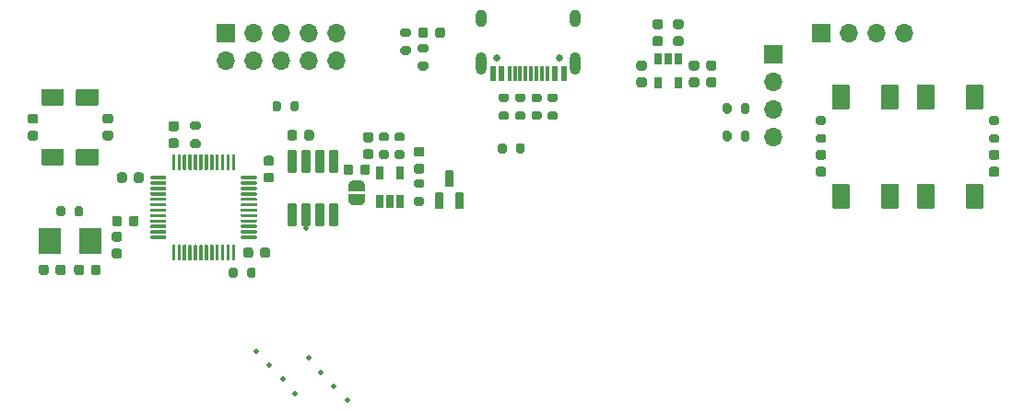
<source format=gts>
G04 #@! TF.GenerationSoftware,KiCad,Pcbnew,(5.1.12)-1*
G04 #@! TF.CreationDate,2024-06-07T21:14:04+03:00*
G04 #@! TF.ProjectId,CaliperPCB,43616c69-7065-4725-9043-422e6b696361,rev?*
G04 #@! TF.SameCoordinates,Original*
G04 #@! TF.FileFunction,Soldermask,Top*
G04 #@! TF.FilePolarity,Negative*
%FSLAX46Y46*%
G04 Gerber Fmt 4.6, Leading zero omitted, Abs format (unit mm)*
G04 Created by KiCad (PCBNEW (5.1.12)-1) date 2024-06-07 21:14:04*
%MOMM*%
%LPD*%
G01*
G04 APERTURE LIST*
%ADD10O,1.700000X1.700000*%
%ADD11R,1.700000X1.700000*%
%ADD12C,0.500000*%
%ADD13R,0.650000X1.220000*%
%ADD14R,0.650000X1.060000*%
%ADD15C,0.100000*%
%ADD16R,2.000000X2.400000*%
%ADD17O,1.000000X1.600000*%
%ADD18C,0.650000*%
%ADD19O,1.000000X2.100000*%
%ADD20R,0.300000X1.450000*%
%ADD21R,0.600000X1.450000*%
G04 APERTURE END LIST*
D10*
X139192000Y-89408000D03*
X139192000Y-86868000D03*
X136652000Y-89408000D03*
X136652000Y-86868000D03*
X134112000Y-89408000D03*
X134112000Y-86868000D03*
X131572000Y-89408000D03*
X131572000Y-86868000D03*
X129032000Y-89408000D03*
D11*
X129032000Y-86868000D03*
G36*
G01*
X159335000Y-94905000D02*
X158785000Y-94905000D01*
G75*
G02*
X158585000Y-94705000I0J200000D01*
G01*
X158585000Y-94305000D01*
G75*
G02*
X158785000Y-94105000I200000J0D01*
G01*
X159335000Y-94105000D01*
G75*
G02*
X159535000Y-94305000I0J-200000D01*
G01*
X159535000Y-94705000D01*
G75*
G02*
X159335000Y-94905000I-200000J0D01*
G01*
G37*
G36*
G01*
X159335000Y-93255000D02*
X158785000Y-93255000D01*
G75*
G02*
X158585000Y-93055000I0J200000D01*
G01*
X158585000Y-92655000D01*
G75*
G02*
X158785000Y-92455000I200000J0D01*
G01*
X159335000Y-92455000D01*
G75*
G02*
X159535000Y-92655000I0J-200000D01*
G01*
X159535000Y-93055000D01*
G75*
G02*
X159335000Y-93255000I-200000J0D01*
G01*
G37*
G36*
G01*
X146555000Y-98935000D02*
X147055000Y-98935000D01*
G75*
G02*
X147280000Y-99160000I0J-225000D01*
G01*
X147280000Y-99610000D01*
G75*
G02*
X147055000Y-99835000I-225000J0D01*
G01*
X146555000Y-99835000D01*
G75*
G02*
X146330000Y-99610000I0J225000D01*
G01*
X146330000Y-99160000D01*
G75*
G02*
X146555000Y-98935000I225000J0D01*
G01*
G37*
G36*
G01*
X146555000Y-97385000D02*
X147055000Y-97385000D01*
G75*
G02*
X147280000Y-97610000I0J-225000D01*
G01*
X147280000Y-98060000D01*
G75*
G02*
X147055000Y-98285000I-225000J0D01*
G01*
X146555000Y-98285000D01*
G75*
G02*
X146330000Y-98060000I0J225000D01*
G01*
X146330000Y-97610000D01*
G75*
G02*
X146555000Y-97385000I225000J0D01*
G01*
G37*
G36*
G01*
X141395000Y-99720000D02*
X141395000Y-99220000D01*
G75*
G02*
X141620000Y-98995000I225000J0D01*
G01*
X142070000Y-98995000D01*
G75*
G02*
X142295000Y-99220000I0J-225000D01*
G01*
X142295000Y-99720000D01*
G75*
G02*
X142070000Y-99945000I-225000J0D01*
G01*
X141620000Y-99945000D01*
G75*
G02*
X141395000Y-99720000I0J225000D01*
G01*
G37*
G36*
G01*
X139845000Y-99720000D02*
X139845000Y-99220000D01*
G75*
G02*
X140070000Y-98995000I225000J0D01*
G01*
X140520000Y-98995000D01*
G75*
G02*
X140745000Y-99220000I0J-225000D01*
G01*
X140745000Y-99720000D01*
G75*
G02*
X140520000Y-99945000I-225000J0D01*
G01*
X140070000Y-99945000D01*
G75*
G02*
X139845000Y-99720000I0J225000D01*
G01*
G37*
G36*
G01*
X135585000Y-96060000D02*
X135585000Y-96560000D01*
G75*
G02*
X135360000Y-96785000I-225000J0D01*
G01*
X134910000Y-96785000D01*
G75*
G02*
X134685000Y-96560000I0J225000D01*
G01*
X134685000Y-96060000D01*
G75*
G02*
X134910000Y-95835000I225000J0D01*
G01*
X135360000Y-95835000D01*
G75*
G02*
X135585000Y-96060000I0J-225000D01*
G01*
G37*
G36*
G01*
X137135000Y-96060000D02*
X137135000Y-96560000D01*
G75*
G02*
X136910000Y-96785000I-225000J0D01*
G01*
X136460000Y-96785000D01*
G75*
G02*
X136235000Y-96560000I0J225000D01*
G01*
X136235000Y-96060000D01*
G75*
G02*
X136460000Y-95835000I225000J0D01*
G01*
X136910000Y-95835000D01*
G75*
G02*
X137135000Y-96060000I0J-225000D01*
G01*
G37*
D12*
X140250000Y-120720000D03*
X136630000Y-116820000D03*
X133060000Y-117470000D03*
X138950000Y-119420000D03*
X137740000Y-118120000D03*
X135400000Y-120070000D03*
X134270000Y-118770000D03*
X131850000Y-116170000D03*
X136400000Y-104820000D03*
G36*
G01*
X183470000Y-97665000D02*
X183970000Y-97665000D01*
G75*
G02*
X184195000Y-97890000I0J-225000D01*
G01*
X184195000Y-98340000D01*
G75*
G02*
X183970000Y-98565000I-225000J0D01*
G01*
X183470000Y-98565000D01*
G75*
G02*
X183245000Y-98340000I0J225000D01*
G01*
X183245000Y-97890000D01*
G75*
G02*
X183470000Y-97665000I225000J0D01*
G01*
G37*
G36*
G01*
X183470000Y-99215000D02*
X183970000Y-99215000D01*
G75*
G02*
X184195000Y-99440000I0J-225000D01*
G01*
X184195000Y-99890000D01*
G75*
G02*
X183970000Y-100115000I-225000J0D01*
G01*
X183470000Y-100115000D01*
G75*
G02*
X183245000Y-99890000I0J225000D01*
G01*
X183245000Y-99440000D01*
G75*
G02*
X183470000Y-99215000I225000J0D01*
G01*
G37*
D10*
X179380000Y-96450000D03*
X179380000Y-93910000D03*
X179380000Y-91370000D03*
D11*
X179380000Y-88830000D03*
G36*
G01*
X154845000Y-94905000D02*
X154295000Y-94905000D01*
G75*
G02*
X154095000Y-94705000I0J200000D01*
G01*
X154095000Y-94305000D01*
G75*
G02*
X154295000Y-94105000I200000J0D01*
G01*
X154845000Y-94105000D01*
G75*
G02*
X155045000Y-94305000I0J-200000D01*
G01*
X155045000Y-94705000D01*
G75*
G02*
X154845000Y-94905000I-200000J0D01*
G01*
G37*
G36*
G01*
X154845000Y-93255000D02*
X154295000Y-93255000D01*
G75*
G02*
X154095000Y-93055000I0J200000D01*
G01*
X154095000Y-92655000D01*
G75*
G02*
X154295000Y-92455000I200000J0D01*
G01*
X154845000Y-92455000D01*
G75*
G02*
X155045000Y-92655000I0J-200000D01*
G01*
X155045000Y-93055000D01*
G75*
G02*
X154845000Y-93255000I-200000J0D01*
G01*
G37*
G36*
G01*
X154048000Y-97785000D02*
X154048000Y-97235000D01*
G75*
G02*
X154248000Y-97035000I200000J0D01*
G01*
X154648000Y-97035000D01*
G75*
G02*
X154848000Y-97235000I0J-200000D01*
G01*
X154848000Y-97785000D01*
G75*
G02*
X154648000Y-97985000I-200000J0D01*
G01*
X154248000Y-97985000D01*
G75*
G02*
X154048000Y-97785000I0J200000D01*
G01*
G37*
G36*
G01*
X155698000Y-97785000D02*
X155698000Y-97235000D01*
G75*
G02*
X155898000Y-97035000I200000J0D01*
G01*
X156298000Y-97035000D01*
G75*
G02*
X156498000Y-97235000I0J-200000D01*
G01*
X156498000Y-97785000D01*
G75*
G02*
X156298000Y-97985000I-200000J0D01*
G01*
X155898000Y-97985000D01*
G75*
G02*
X155698000Y-97785000I0J200000D01*
G01*
G37*
G36*
G01*
X155823000Y-92455000D02*
X156373000Y-92455000D01*
G75*
G02*
X156573000Y-92655000I0J-200000D01*
G01*
X156573000Y-93055000D01*
G75*
G02*
X156373000Y-93255000I-200000J0D01*
G01*
X155823000Y-93255000D01*
G75*
G02*
X155623000Y-93055000I0J200000D01*
G01*
X155623000Y-92655000D01*
G75*
G02*
X155823000Y-92455000I200000J0D01*
G01*
G37*
G36*
G01*
X155823000Y-94105000D02*
X156373000Y-94105000D01*
G75*
G02*
X156573000Y-94305000I0J-200000D01*
G01*
X156573000Y-94705000D01*
G75*
G02*
X156373000Y-94905000I-200000J0D01*
G01*
X155823000Y-94905000D01*
G75*
G02*
X155623000Y-94705000I0J200000D01*
G01*
X155623000Y-94305000D01*
G75*
G02*
X155823000Y-94105000I200000J0D01*
G01*
G37*
G36*
G01*
X157323000Y-92455000D02*
X157873000Y-92455000D01*
G75*
G02*
X158073000Y-92655000I0J-200000D01*
G01*
X158073000Y-93055000D01*
G75*
G02*
X157873000Y-93255000I-200000J0D01*
G01*
X157323000Y-93255000D01*
G75*
G02*
X157123000Y-93055000I0J200000D01*
G01*
X157123000Y-92655000D01*
G75*
G02*
X157323000Y-92455000I200000J0D01*
G01*
G37*
G36*
G01*
X157323000Y-94105000D02*
X157873000Y-94105000D01*
G75*
G02*
X158073000Y-94305000I0J-200000D01*
G01*
X158073000Y-94705000D01*
G75*
G02*
X157873000Y-94905000I-200000J0D01*
G01*
X157323000Y-94905000D01*
G75*
G02*
X157123000Y-94705000I0J200000D01*
G01*
X157123000Y-94305000D01*
G75*
G02*
X157323000Y-94105000I200000J0D01*
G01*
G37*
D13*
X143150000Y-102387500D03*
X144100000Y-102387500D03*
X145050000Y-102387500D03*
X145050000Y-99767500D03*
X143150000Y-99767500D03*
G36*
G01*
X132740000Y-98210000D02*
X133240000Y-98210000D01*
G75*
G02*
X133465000Y-98435000I0J-225000D01*
G01*
X133465000Y-98885000D01*
G75*
G02*
X133240000Y-99110000I-225000J0D01*
G01*
X132740000Y-99110000D01*
G75*
G02*
X132515000Y-98885000I0J225000D01*
G01*
X132515000Y-98435000D01*
G75*
G02*
X132740000Y-98210000I225000J0D01*
G01*
G37*
G36*
G01*
X132740000Y-99760000D02*
X133240000Y-99760000D01*
G75*
G02*
X133465000Y-99985000I0J-225000D01*
G01*
X133465000Y-100435000D01*
G75*
G02*
X133240000Y-100660000I-225000J0D01*
G01*
X132740000Y-100660000D01*
G75*
G02*
X132515000Y-100435000I0J225000D01*
G01*
X132515000Y-99985000D01*
G75*
G02*
X132740000Y-99760000I225000J0D01*
G01*
G37*
G36*
G01*
X148927750Y-103099500D02*
X148332250Y-103099500D01*
G75*
G02*
X148233000Y-103000250I0J99250D01*
G01*
X148233000Y-101694750D01*
G75*
G02*
X148332250Y-101595500I99250J0D01*
G01*
X148927750Y-101595500D01*
G75*
G02*
X149027000Y-101694750I0J-99250D01*
G01*
X149027000Y-103000250D01*
G75*
G02*
X148927750Y-103099500I-99250J0D01*
G01*
G37*
G36*
G01*
X150827750Y-103099500D02*
X150232250Y-103099500D01*
G75*
G02*
X150133000Y-103000250I0J99250D01*
G01*
X150133000Y-101694750D01*
G75*
G02*
X150232250Y-101595500I99250J0D01*
G01*
X150827750Y-101595500D01*
G75*
G02*
X150927000Y-101694750I0J-99250D01*
G01*
X150927000Y-103000250D01*
G75*
G02*
X150827750Y-103099500I-99250J0D01*
G01*
G37*
G36*
G01*
X149877750Y-101049500D02*
X149282250Y-101049500D01*
G75*
G02*
X149183000Y-100950250I0J99250D01*
G01*
X149183000Y-99644750D01*
G75*
G02*
X149282250Y-99545500I99250J0D01*
G01*
X149877750Y-99545500D01*
G75*
G02*
X149977000Y-99644750I0J-99250D01*
G01*
X149977000Y-100950250D01*
G75*
G02*
X149877750Y-101049500I-99250J0D01*
G01*
G37*
D14*
X170620000Y-91440000D03*
X168720000Y-91440000D03*
X168720000Y-89240000D03*
X169670000Y-89240000D03*
X170620000Y-89240000D03*
G36*
G01*
X135436500Y-99757000D02*
X134833500Y-99757000D01*
G75*
G02*
X134733000Y-99656500I0J100500D01*
G01*
X134733000Y-97753500D01*
G75*
G02*
X134833500Y-97653000I100500J0D01*
G01*
X135436500Y-97653000D01*
G75*
G02*
X135537000Y-97753500I0J-100500D01*
G01*
X135537000Y-99656500D01*
G75*
G02*
X135436500Y-99757000I-100500J0D01*
G01*
G37*
G36*
G01*
X136706500Y-99757000D02*
X136103500Y-99757000D01*
G75*
G02*
X136003000Y-99656500I0J100500D01*
G01*
X136003000Y-97753500D01*
G75*
G02*
X136103500Y-97653000I100500J0D01*
G01*
X136706500Y-97653000D01*
G75*
G02*
X136807000Y-97753500I0J-100500D01*
G01*
X136807000Y-99656500D01*
G75*
G02*
X136706500Y-99757000I-100500J0D01*
G01*
G37*
G36*
G01*
X137976500Y-99757000D02*
X137373500Y-99757000D01*
G75*
G02*
X137273000Y-99656500I0J100500D01*
G01*
X137273000Y-97753500D01*
G75*
G02*
X137373500Y-97653000I100500J0D01*
G01*
X137976500Y-97653000D01*
G75*
G02*
X138077000Y-97753500I0J-100500D01*
G01*
X138077000Y-99656500D01*
G75*
G02*
X137976500Y-99757000I-100500J0D01*
G01*
G37*
G36*
G01*
X139246500Y-99757000D02*
X138643500Y-99757000D01*
G75*
G02*
X138543000Y-99656500I0J100500D01*
G01*
X138543000Y-97753500D01*
G75*
G02*
X138643500Y-97653000I100500J0D01*
G01*
X139246500Y-97653000D01*
G75*
G02*
X139347000Y-97753500I0J-100500D01*
G01*
X139347000Y-99656500D01*
G75*
G02*
X139246500Y-99757000I-100500J0D01*
G01*
G37*
G36*
G01*
X139246500Y-104667000D02*
X138643500Y-104667000D01*
G75*
G02*
X138543000Y-104566500I0J100500D01*
G01*
X138543000Y-102663500D01*
G75*
G02*
X138643500Y-102563000I100500J0D01*
G01*
X139246500Y-102563000D01*
G75*
G02*
X139347000Y-102663500I0J-100500D01*
G01*
X139347000Y-104566500D01*
G75*
G02*
X139246500Y-104667000I-100500J0D01*
G01*
G37*
G36*
G01*
X137976500Y-104667000D02*
X137373500Y-104667000D01*
G75*
G02*
X137273000Y-104566500I0J100500D01*
G01*
X137273000Y-102663500D01*
G75*
G02*
X137373500Y-102563000I100500J0D01*
G01*
X137976500Y-102563000D01*
G75*
G02*
X138077000Y-102663500I0J-100500D01*
G01*
X138077000Y-104566500D01*
G75*
G02*
X137976500Y-104667000I-100500J0D01*
G01*
G37*
G36*
G01*
X136706500Y-104667000D02*
X136103500Y-104667000D01*
G75*
G02*
X136003000Y-104566500I0J100500D01*
G01*
X136003000Y-102663500D01*
G75*
G02*
X136103500Y-102563000I100500J0D01*
G01*
X136706500Y-102563000D01*
G75*
G02*
X136807000Y-102663500I0J-100500D01*
G01*
X136807000Y-104566500D01*
G75*
G02*
X136706500Y-104667000I-100500J0D01*
G01*
G37*
G36*
G01*
X135436500Y-104667000D02*
X134833500Y-104667000D01*
G75*
G02*
X134733000Y-104566500I0J100500D01*
G01*
X134733000Y-102663500D01*
G75*
G02*
X134833500Y-102563000I100500J0D01*
G01*
X135436500Y-102563000D01*
G75*
G02*
X135537000Y-102663500I0J-100500D01*
G01*
X135537000Y-104566500D01*
G75*
G02*
X135436500Y-104667000I-100500J0D01*
G01*
G37*
G36*
G01*
X130981000Y-109241000D02*
X130981000Y-108691000D01*
G75*
G02*
X131181000Y-108491000I200000J0D01*
G01*
X131581000Y-108491000D01*
G75*
G02*
X131781000Y-108691000I0J-200000D01*
G01*
X131781000Y-109241000D01*
G75*
G02*
X131581000Y-109441000I-200000J0D01*
G01*
X131181000Y-109441000D01*
G75*
G02*
X130981000Y-109241000I0J200000D01*
G01*
G37*
G36*
G01*
X129331000Y-109241000D02*
X129331000Y-108691000D01*
G75*
G02*
X129531000Y-108491000I200000J0D01*
G01*
X129931000Y-108491000D01*
G75*
G02*
X130131000Y-108691000I0J-200000D01*
G01*
X130131000Y-109241000D01*
G75*
G02*
X129931000Y-109441000I-200000J0D01*
G01*
X129531000Y-109441000D01*
G75*
G02*
X129331000Y-109241000I0J200000D01*
G01*
G37*
G36*
G01*
X125981000Y-96685000D02*
X126531000Y-96685000D01*
G75*
G02*
X126731000Y-96885000I0J-200000D01*
G01*
X126731000Y-97285000D01*
G75*
G02*
X126531000Y-97485000I-200000J0D01*
G01*
X125981000Y-97485000D01*
G75*
G02*
X125781000Y-97285000I0J200000D01*
G01*
X125781000Y-96885000D01*
G75*
G02*
X125981000Y-96685000I200000J0D01*
G01*
G37*
G36*
G01*
X125981000Y-95035000D02*
X126531000Y-95035000D01*
G75*
G02*
X126731000Y-95235000I0J-200000D01*
G01*
X126731000Y-95635000D01*
G75*
G02*
X126531000Y-95835000I-200000J0D01*
G01*
X125981000Y-95835000D01*
G75*
G02*
X125781000Y-95635000I0J200000D01*
G01*
X125781000Y-95235000D01*
G75*
G02*
X125981000Y-95035000I200000J0D01*
G01*
G37*
D15*
G36*
X141819398Y-102247500D02*
G01*
X141819398Y-102272034D01*
X141814588Y-102320865D01*
X141805016Y-102368990D01*
X141790772Y-102415945D01*
X141771995Y-102461278D01*
X141748864Y-102504551D01*
X141721604Y-102545350D01*
X141690476Y-102583279D01*
X141655779Y-102617976D01*
X141617850Y-102649104D01*
X141577051Y-102676364D01*
X141533778Y-102699495D01*
X141488445Y-102718272D01*
X141441490Y-102732516D01*
X141393365Y-102742088D01*
X141344534Y-102746898D01*
X141320000Y-102746898D01*
X141320000Y-102747500D01*
X140820000Y-102747500D01*
X140820000Y-102746898D01*
X140795466Y-102746898D01*
X140746635Y-102742088D01*
X140698510Y-102732516D01*
X140651555Y-102718272D01*
X140606222Y-102699495D01*
X140562949Y-102676364D01*
X140522150Y-102649104D01*
X140484221Y-102617976D01*
X140449524Y-102583279D01*
X140418396Y-102545350D01*
X140391136Y-102504551D01*
X140368005Y-102461278D01*
X140349228Y-102415945D01*
X140334984Y-102368990D01*
X140325412Y-102320865D01*
X140320602Y-102272034D01*
X140320602Y-102247500D01*
X140320000Y-102247500D01*
X140320000Y-101747500D01*
X141820000Y-101747500D01*
X141820000Y-102247500D01*
X141819398Y-102247500D01*
G37*
G36*
X140320000Y-101447500D02*
G01*
X140320000Y-100947500D01*
X140320602Y-100947500D01*
X140320602Y-100922966D01*
X140325412Y-100874135D01*
X140334984Y-100826010D01*
X140349228Y-100779055D01*
X140368005Y-100733722D01*
X140391136Y-100690449D01*
X140418396Y-100649650D01*
X140449524Y-100611721D01*
X140484221Y-100577024D01*
X140522150Y-100545896D01*
X140562949Y-100518636D01*
X140606222Y-100495505D01*
X140651555Y-100476728D01*
X140698510Y-100462484D01*
X140746635Y-100452912D01*
X140795466Y-100448102D01*
X140820000Y-100448102D01*
X140820000Y-100447500D01*
X141320000Y-100447500D01*
X141320000Y-100448102D01*
X141344534Y-100448102D01*
X141393365Y-100452912D01*
X141441490Y-100462484D01*
X141488445Y-100476728D01*
X141533778Y-100495505D01*
X141577051Y-100518636D01*
X141617850Y-100545896D01*
X141655779Y-100577024D01*
X141690476Y-100611721D01*
X141721604Y-100649650D01*
X141748864Y-100690449D01*
X141771995Y-100733722D01*
X141790772Y-100779055D01*
X141805016Y-100826010D01*
X141814588Y-100874135D01*
X141819398Y-100922966D01*
X141819398Y-100947500D01*
X141820000Y-100947500D01*
X141820000Y-101447500D01*
X140320000Y-101447500D01*
G37*
G36*
G01*
X174700000Y-94117500D02*
X174700000Y-93567500D01*
G75*
G02*
X174900000Y-93367500I200000J0D01*
G01*
X175300000Y-93367500D01*
G75*
G02*
X175500000Y-93567500I0J-200000D01*
G01*
X175500000Y-94117500D01*
G75*
G02*
X175300000Y-94317500I-200000J0D01*
G01*
X174900000Y-94317500D01*
G75*
G02*
X174700000Y-94117500I0J200000D01*
G01*
G37*
G36*
G01*
X176350000Y-94117500D02*
X176350000Y-93567500D01*
G75*
G02*
X176550000Y-93367500I200000J0D01*
G01*
X176950000Y-93367500D01*
G75*
G02*
X177150000Y-93567500I0J-200000D01*
G01*
X177150000Y-94117500D01*
G75*
G02*
X176950000Y-94317500I-200000J0D01*
G01*
X176550000Y-94317500D01*
G75*
G02*
X176350000Y-94117500I0J200000D01*
G01*
G37*
G36*
G01*
X147080000Y-101137500D02*
X146530000Y-101137500D01*
G75*
G02*
X146330000Y-100937500I0J200000D01*
G01*
X146330000Y-100537500D01*
G75*
G02*
X146530000Y-100337500I200000J0D01*
G01*
X147080000Y-100337500D01*
G75*
G02*
X147280000Y-100537500I0J-200000D01*
G01*
X147280000Y-100937500D01*
G75*
G02*
X147080000Y-101137500I-200000J0D01*
G01*
G37*
G36*
G01*
X147080000Y-102787500D02*
X146530000Y-102787500D01*
G75*
G02*
X146330000Y-102587500I0J200000D01*
G01*
X146330000Y-102187500D01*
G75*
G02*
X146530000Y-101987500I200000J0D01*
G01*
X147080000Y-101987500D01*
G75*
G02*
X147280000Y-102187500I0J-200000D01*
G01*
X147280000Y-102587500D01*
G75*
G02*
X147080000Y-102787500I-200000J0D01*
G01*
G37*
G36*
G01*
X143840000Y-96845000D02*
X143290000Y-96845000D01*
G75*
G02*
X143090000Y-96645000I0J200000D01*
G01*
X143090000Y-96245000D01*
G75*
G02*
X143290000Y-96045000I200000J0D01*
G01*
X143840000Y-96045000D01*
G75*
G02*
X144040000Y-96245000I0J-200000D01*
G01*
X144040000Y-96645000D01*
G75*
G02*
X143840000Y-96845000I-200000J0D01*
G01*
G37*
G36*
G01*
X143840000Y-98495000D02*
X143290000Y-98495000D01*
G75*
G02*
X143090000Y-98295000I0J200000D01*
G01*
X143090000Y-97895000D01*
G75*
G02*
X143290000Y-97695000I200000J0D01*
G01*
X143840000Y-97695000D01*
G75*
G02*
X144040000Y-97895000I0J-200000D01*
G01*
X144040000Y-98295000D01*
G75*
G02*
X143840000Y-98495000I-200000J0D01*
G01*
G37*
G36*
G01*
X144725000Y-97695000D02*
X145275000Y-97695000D01*
G75*
G02*
X145475000Y-97895000I0J-200000D01*
G01*
X145475000Y-98295000D01*
G75*
G02*
X145275000Y-98495000I-200000J0D01*
G01*
X144725000Y-98495000D01*
G75*
G02*
X144525000Y-98295000I0J200000D01*
G01*
X144525000Y-97895000D01*
G75*
G02*
X144725000Y-97695000I200000J0D01*
G01*
G37*
G36*
G01*
X144725000Y-96045000D02*
X145275000Y-96045000D01*
G75*
G02*
X145475000Y-96245000I0J-200000D01*
G01*
X145475000Y-96645000D01*
G75*
G02*
X145275000Y-96845000I-200000J0D01*
G01*
X144725000Y-96845000D01*
G75*
G02*
X144525000Y-96645000I0J200000D01*
G01*
X144525000Y-96245000D01*
G75*
G02*
X144725000Y-96045000I200000J0D01*
G01*
G37*
G36*
G01*
X142380000Y-96945000D02*
X141880000Y-96945000D01*
G75*
G02*
X141655000Y-96720000I0J225000D01*
G01*
X141655000Y-96270000D01*
G75*
G02*
X141880000Y-96045000I225000J0D01*
G01*
X142380000Y-96045000D01*
G75*
G02*
X142605000Y-96270000I0J-225000D01*
G01*
X142605000Y-96720000D01*
G75*
G02*
X142380000Y-96945000I-225000J0D01*
G01*
G37*
G36*
G01*
X142380000Y-98495000D02*
X141880000Y-98495000D01*
G75*
G02*
X141655000Y-98270000I0J225000D01*
G01*
X141655000Y-97820000D01*
G75*
G02*
X141880000Y-97595000I225000J0D01*
G01*
X142380000Y-97595000D01*
G75*
G02*
X142605000Y-97820000I0J-225000D01*
G01*
X142605000Y-98270000D01*
G75*
G02*
X142380000Y-98495000I-225000J0D01*
G01*
G37*
G36*
G01*
X192618332Y-100753000D02*
X194018334Y-100753000D01*
G75*
G02*
X194120333Y-100854999I0J-101999D01*
G01*
X194120333Y-102955001D01*
G75*
G02*
X194018334Y-103057000I-101999J0D01*
G01*
X192618332Y-103057000D01*
G75*
G02*
X192516333Y-102955001I0J101999D01*
G01*
X192516333Y-100854999D01*
G75*
G02*
X192618332Y-100753000I101999J0D01*
G01*
G37*
G36*
G01*
X192618332Y-91653000D02*
X194018334Y-91653000D01*
G75*
G02*
X194120333Y-91754999I0J-101999D01*
G01*
X194120333Y-93855001D01*
G75*
G02*
X194018334Y-93957000I-101999J0D01*
G01*
X192618332Y-93957000D01*
G75*
G02*
X192516333Y-93855001I0J101999D01*
G01*
X192516333Y-91754999D01*
G75*
G02*
X192618332Y-91653000I101999J0D01*
G01*
G37*
G36*
G01*
X197118332Y-91653000D02*
X198518334Y-91653000D01*
G75*
G02*
X198620333Y-91754999I0J-101999D01*
G01*
X198620333Y-93855001D01*
G75*
G02*
X198518334Y-93957000I-101999J0D01*
G01*
X197118332Y-93957000D01*
G75*
G02*
X197016333Y-93855001I0J101999D01*
G01*
X197016333Y-91754999D01*
G75*
G02*
X197118332Y-91653000I101999J0D01*
G01*
G37*
G36*
G01*
X197118332Y-100753000D02*
X198518334Y-100753000D01*
G75*
G02*
X198620333Y-100854999I0J-101999D01*
G01*
X198620333Y-102955001D01*
G75*
G02*
X198518334Y-103057000I-101999J0D01*
G01*
X197118332Y-103057000D01*
G75*
G02*
X197016333Y-102955001I0J101999D01*
G01*
X197016333Y-100854999D01*
G75*
G02*
X197118332Y-100753000I101999J0D01*
G01*
G37*
G36*
G01*
X190734335Y-93957000D02*
X189334333Y-93957000D01*
G75*
G02*
X189232334Y-93855001I0J101999D01*
G01*
X189232334Y-91754999D01*
G75*
G02*
X189334333Y-91653000I101999J0D01*
G01*
X190734335Y-91653000D01*
G75*
G02*
X190836334Y-91754999I0J-101999D01*
G01*
X190836334Y-93855001D01*
G75*
G02*
X190734335Y-93957000I-101999J0D01*
G01*
G37*
G36*
G01*
X190734335Y-103057000D02*
X189334333Y-103057000D01*
G75*
G02*
X189232334Y-102955001I0J101999D01*
G01*
X189232334Y-100854999D01*
G75*
G02*
X189334333Y-100753000I101999J0D01*
G01*
X190734335Y-100753000D01*
G75*
G02*
X190836334Y-100854999I0J-101999D01*
G01*
X190836334Y-102955001D01*
G75*
G02*
X190734335Y-103057000I-101999J0D01*
G01*
G37*
G36*
G01*
X186234335Y-103057000D02*
X184834333Y-103057000D01*
G75*
G02*
X184732334Y-102955001I0J101999D01*
G01*
X184732334Y-100854999D01*
G75*
G02*
X184834333Y-100753000I101999J0D01*
G01*
X186234335Y-100753000D01*
G75*
G02*
X186336334Y-100854999I0J-101999D01*
G01*
X186336334Y-102955001D01*
G75*
G02*
X186234335Y-103057000I-101999J0D01*
G01*
G37*
G36*
G01*
X186234335Y-93957000D02*
X184834333Y-93957000D01*
G75*
G02*
X184732334Y-93855001I0J101999D01*
G01*
X184732334Y-91754999D01*
G75*
G02*
X184834333Y-91653000I101999J0D01*
G01*
X186234335Y-91653000D01*
G75*
G02*
X186336334Y-91754999I0J-101999D01*
G01*
X186336334Y-93855001D01*
G75*
G02*
X186234335Y-93957000I-101999J0D01*
G01*
G37*
G36*
G01*
X147440000Y-90340000D02*
X146890000Y-90340000D01*
G75*
G02*
X146690000Y-90140000I0J200000D01*
G01*
X146690000Y-89740000D01*
G75*
G02*
X146890000Y-89540000I200000J0D01*
G01*
X147440000Y-89540000D01*
G75*
G02*
X147640000Y-89740000I0J-200000D01*
G01*
X147640000Y-90140000D01*
G75*
G02*
X147440000Y-90340000I-200000J0D01*
G01*
G37*
G36*
G01*
X147440000Y-88690000D02*
X146890000Y-88690000D01*
G75*
G02*
X146690000Y-88490000I0J200000D01*
G01*
X146690000Y-88090000D01*
G75*
G02*
X146890000Y-87890000I200000J0D01*
G01*
X147440000Y-87890000D01*
G75*
G02*
X147640000Y-88090000I0J-200000D01*
G01*
X147640000Y-88490000D01*
G75*
G02*
X147440000Y-88690000I-200000J0D01*
G01*
G37*
G36*
G01*
X146727500Y-87124250D02*
X146727500Y-86611750D01*
G75*
G02*
X146946250Y-86393000I218750J0D01*
G01*
X147383750Y-86393000D01*
G75*
G02*
X147602500Y-86611750I0J-218750D01*
G01*
X147602500Y-87124250D01*
G75*
G02*
X147383750Y-87343000I-218750J0D01*
G01*
X146946250Y-87343000D01*
G75*
G02*
X146727500Y-87124250I0J218750D01*
G01*
G37*
G36*
G01*
X148302500Y-87124250D02*
X148302500Y-86611750D01*
G75*
G02*
X148521250Y-86393000I218750J0D01*
G01*
X148958750Y-86393000D01*
G75*
G02*
X149177500Y-86611750I0J-218750D01*
G01*
X149177500Y-87124250D01*
G75*
G02*
X148958750Y-87343000I-218750J0D01*
G01*
X148521250Y-87343000D01*
G75*
G02*
X148302500Y-87124250I0J218750D01*
G01*
G37*
G36*
G01*
X199899000Y-97010000D02*
X199349000Y-97010000D01*
G75*
G02*
X199149000Y-96810000I0J200000D01*
G01*
X199149000Y-96410000D01*
G75*
G02*
X199349000Y-96210000I200000J0D01*
G01*
X199899000Y-96210000D01*
G75*
G02*
X200099000Y-96410000I0J-200000D01*
G01*
X200099000Y-96810000D01*
G75*
G02*
X199899000Y-97010000I-200000J0D01*
G01*
G37*
G36*
G01*
X199899000Y-95360000D02*
X199349000Y-95360000D01*
G75*
G02*
X199149000Y-95160000I0J200000D01*
G01*
X199149000Y-94760000D01*
G75*
G02*
X199349000Y-94560000I200000J0D01*
G01*
X199899000Y-94560000D01*
G75*
G02*
X200099000Y-94760000I0J-200000D01*
G01*
X200099000Y-95160000D01*
G75*
G02*
X199899000Y-95360000I-200000J0D01*
G01*
G37*
G36*
G01*
X199374000Y-97665000D02*
X199874000Y-97665000D01*
G75*
G02*
X200099000Y-97890000I0J-225000D01*
G01*
X200099000Y-98340000D01*
G75*
G02*
X199874000Y-98565000I-225000J0D01*
G01*
X199374000Y-98565000D01*
G75*
G02*
X199149000Y-98340000I0J225000D01*
G01*
X199149000Y-97890000D01*
G75*
G02*
X199374000Y-97665000I225000J0D01*
G01*
G37*
G36*
G01*
X199374000Y-99215000D02*
X199874000Y-99215000D01*
G75*
G02*
X200099000Y-99440000I0J-225000D01*
G01*
X200099000Y-99890000D01*
G75*
G02*
X199874000Y-100115000I-225000J0D01*
G01*
X199374000Y-100115000D01*
G75*
G02*
X199149000Y-99890000I0J225000D01*
G01*
X199149000Y-99440000D01*
G75*
G02*
X199374000Y-99215000I225000J0D01*
G01*
G37*
G36*
G01*
X124006000Y-95035000D02*
X124506000Y-95035000D01*
G75*
G02*
X124731000Y-95260000I0J-225000D01*
G01*
X124731000Y-95710000D01*
G75*
G02*
X124506000Y-95935000I-225000J0D01*
G01*
X124006000Y-95935000D01*
G75*
G02*
X123781000Y-95710000I0J225000D01*
G01*
X123781000Y-95260000D01*
G75*
G02*
X124006000Y-95035000I225000J0D01*
G01*
G37*
G36*
G01*
X124006000Y-96585000D02*
X124506000Y-96585000D01*
G75*
G02*
X124731000Y-96810000I0J-225000D01*
G01*
X124731000Y-97260000D01*
G75*
G02*
X124506000Y-97485000I-225000J0D01*
G01*
X124006000Y-97485000D01*
G75*
G02*
X123781000Y-97260000I0J225000D01*
G01*
X123781000Y-96810000D01*
G75*
G02*
X124006000Y-96585000I225000J0D01*
G01*
G37*
G36*
G01*
X174700000Y-96657500D02*
X174700000Y-96107500D01*
G75*
G02*
X174900000Y-95907500I200000J0D01*
G01*
X175300000Y-95907500D01*
G75*
G02*
X175500000Y-96107500I0J-200000D01*
G01*
X175500000Y-96657500D01*
G75*
G02*
X175300000Y-96857500I-200000J0D01*
G01*
X174900000Y-96857500D01*
G75*
G02*
X174700000Y-96657500I0J200000D01*
G01*
G37*
G36*
G01*
X176350000Y-96657500D02*
X176350000Y-96107500D01*
G75*
G02*
X176550000Y-95907500I200000J0D01*
G01*
X176950000Y-95907500D01*
G75*
G02*
X177150000Y-96107500I0J-200000D01*
G01*
X177150000Y-96657500D01*
G75*
G02*
X176950000Y-96857500I-200000J0D01*
G01*
X176550000Y-96857500D01*
G75*
G02*
X176350000Y-96657500I0J200000D01*
G01*
G37*
D11*
X183720000Y-86950000D03*
D10*
X186260000Y-86950000D03*
X188800000Y-86950000D03*
X191340000Y-86950000D03*
G36*
G01*
X117382000Y-97669999D02*
X117382000Y-98970001D01*
G75*
G02*
X117280001Y-99072000I-101999J0D01*
G01*
X115379999Y-99072000D01*
G75*
G02*
X115278000Y-98970001I0J101999D01*
G01*
X115278000Y-97669999D01*
G75*
G02*
X115379999Y-97568000I101999J0D01*
G01*
X117280001Y-97568000D01*
G75*
G02*
X117382000Y-97669999I0J-101999D01*
G01*
G37*
G36*
G01*
X117382000Y-92169999D02*
X117382000Y-93470001D01*
G75*
G02*
X117280001Y-93572000I-101999J0D01*
G01*
X115379999Y-93572000D01*
G75*
G02*
X115278000Y-93470001I0J101999D01*
G01*
X115278000Y-92169999D01*
G75*
G02*
X115379999Y-92068000I101999J0D01*
G01*
X117280001Y-92068000D01*
G75*
G02*
X117382000Y-92169999I0J-101999D01*
G01*
G37*
G36*
G01*
X114182000Y-92169999D02*
X114182000Y-93470001D01*
G75*
G02*
X114080001Y-93572000I-101999J0D01*
G01*
X112179999Y-93572000D01*
G75*
G02*
X112078000Y-93470001I0J101999D01*
G01*
X112078000Y-92169999D01*
G75*
G02*
X112179999Y-92068000I101999J0D01*
G01*
X114080001Y-92068000D01*
G75*
G02*
X114182000Y-92169999I0J-101999D01*
G01*
G37*
G36*
G01*
X114182000Y-97669999D02*
X114182000Y-98970001D01*
G75*
G02*
X114080001Y-99072000I-101999J0D01*
G01*
X112179999Y-99072000D01*
G75*
G02*
X112078000Y-98970001I0J101999D01*
G01*
X112078000Y-97669999D01*
G75*
G02*
X112179999Y-97568000I101999J0D01*
G01*
X114080001Y-97568000D01*
G75*
G02*
X114182000Y-97669999I0J-101999D01*
G01*
G37*
D16*
X112866000Y-106005000D03*
X116566000Y-106005000D03*
D17*
X152528000Y-85564000D03*
D18*
X153958000Y-89214000D03*
D17*
X161168000Y-85564000D03*
D18*
X159738000Y-89214000D03*
D19*
X161168000Y-89744000D03*
X152528000Y-89744000D03*
D20*
X157098000Y-90659000D03*
X155098000Y-90659000D03*
X155598000Y-90659000D03*
X156098000Y-90659000D03*
X156598000Y-90659000D03*
X157598000Y-90659000D03*
X158098000Y-90659000D03*
X158598000Y-90659000D03*
D21*
X153598000Y-90659000D03*
X154398000Y-90659000D03*
X159298000Y-90659000D03*
X160098000Y-90659000D03*
X160098000Y-90659000D03*
X159298000Y-90659000D03*
X154398000Y-90659000D03*
X153598000Y-90659000D03*
G36*
G01*
X133325000Y-93895000D02*
X133325000Y-93345000D01*
G75*
G02*
X133525000Y-93145000I200000J0D01*
G01*
X133925000Y-93145000D01*
G75*
G02*
X134125000Y-93345000I0J-200000D01*
G01*
X134125000Y-93895000D01*
G75*
G02*
X133925000Y-94095000I-200000J0D01*
G01*
X133525000Y-94095000D01*
G75*
G02*
X133325000Y-93895000I0J200000D01*
G01*
G37*
G36*
G01*
X134975000Y-93895000D02*
X134975000Y-93345000D01*
G75*
G02*
X135175000Y-93145000I200000J0D01*
G01*
X135575000Y-93145000D01*
G75*
G02*
X135775000Y-93345000I0J-200000D01*
G01*
X135775000Y-93895000D01*
G75*
G02*
X135575000Y-94095000I-200000J0D01*
G01*
X135175000Y-94095000D01*
G75*
G02*
X134975000Y-93895000I0J200000D01*
G01*
G37*
G36*
G01*
X119051000Y-100460000D02*
X119051000Y-99960000D01*
G75*
G02*
X119276000Y-99735000I225000J0D01*
G01*
X119726000Y-99735000D01*
G75*
G02*
X119951000Y-99960000I0J-225000D01*
G01*
X119951000Y-100460000D01*
G75*
G02*
X119726000Y-100685000I-225000J0D01*
G01*
X119276000Y-100685000D01*
G75*
G02*
X119051000Y-100460000I0J225000D01*
G01*
G37*
G36*
G01*
X120601000Y-100460000D02*
X120601000Y-99960000D01*
G75*
G02*
X120826000Y-99735000I225000J0D01*
G01*
X121276000Y-99735000D01*
G75*
G02*
X121501000Y-99960000I0J-225000D01*
G01*
X121501000Y-100460000D01*
G75*
G02*
X121276000Y-100685000I-225000J0D01*
G01*
X120826000Y-100685000D01*
G75*
G02*
X120601000Y-100460000I0J225000D01*
G01*
G37*
G36*
G01*
X118595000Y-104460000D02*
X118595000Y-103960000D01*
G75*
G02*
X118820000Y-103735000I225000J0D01*
G01*
X119270000Y-103735000D01*
G75*
G02*
X119495000Y-103960000I0J-225000D01*
G01*
X119495000Y-104460000D01*
G75*
G02*
X119270000Y-104685000I-225000J0D01*
G01*
X118820000Y-104685000D01*
G75*
G02*
X118595000Y-104460000I0J225000D01*
G01*
G37*
G36*
G01*
X120145000Y-104460000D02*
X120145000Y-103960000D01*
G75*
G02*
X120370000Y-103735000I225000J0D01*
G01*
X120820000Y-103735000D01*
G75*
G02*
X121045000Y-103960000I0J-225000D01*
G01*
X121045000Y-104460000D01*
G75*
G02*
X120820000Y-104685000I-225000J0D01*
G01*
X120370000Y-104685000D01*
G75*
G02*
X120145000Y-104460000I0J225000D01*
G01*
G37*
G36*
G01*
X145285000Y-86465000D02*
X145835000Y-86465000D01*
G75*
G02*
X146035000Y-86665000I0J-200000D01*
G01*
X146035000Y-87065000D01*
G75*
G02*
X145835000Y-87265000I-200000J0D01*
G01*
X145285000Y-87265000D01*
G75*
G02*
X145085000Y-87065000I0J200000D01*
G01*
X145085000Y-86665000D01*
G75*
G02*
X145285000Y-86465000I200000J0D01*
G01*
G37*
G36*
G01*
X145285000Y-88115000D02*
X145835000Y-88115000D01*
G75*
G02*
X146035000Y-88315000I0J-200000D01*
G01*
X146035000Y-88715000D01*
G75*
G02*
X145835000Y-88915000I-200000J0D01*
G01*
X145285000Y-88915000D01*
G75*
G02*
X145085000Y-88715000I0J200000D01*
G01*
X145085000Y-88315000D01*
G75*
G02*
X145285000Y-88115000I200000J0D01*
G01*
G37*
G36*
G01*
X122106000Y-100285000D02*
X122106000Y-100135000D01*
G75*
G02*
X122181000Y-100060000I75000J0D01*
G01*
X123506000Y-100060000D01*
G75*
G02*
X123581000Y-100135000I0J-75000D01*
G01*
X123581000Y-100285000D01*
G75*
G02*
X123506000Y-100360000I-75000J0D01*
G01*
X122181000Y-100360000D01*
G75*
G02*
X122106000Y-100285000I0J75000D01*
G01*
G37*
G36*
G01*
X122106000Y-100785000D02*
X122106000Y-100635000D01*
G75*
G02*
X122181000Y-100560000I75000J0D01*
G01*
X123506000Y-100560000D01*
G75*
G02*
X123581000Y-100635000I0J-75000D01*
G01*
X123581000Y-100785000D01*
G75*
G02*
X123506000Y-100860000I-75000J0D01*
G01*
X122181000Y-100860000D01*
G75*
G02*
X122106000Y-100785000I0J75000D01*
G01*
G37*
G36*
G01*
X122106000Y-101285000D02*
X122106000Y-101135000D01*
G75*
G02*
X122181000Y-101060000I75000J0D01*
G01*
X123506000Y-101060000D01*
G75*
G02*
X123581000Y-101135000I0J-75000D01*
G01*
X123581000Y-101285000D01*
G75*
G02*
X123506000Y-101360000I-75000J0D01*
G01*
X122181000Y-101360000D01*
G75*
G02*
X122106000Y-101285000I0J75000D01*
G01*
G37*
G36*
G01*
X122106000Y-101785000D02*
X122106000Y-101635000D01*
G75*
G02*
X122181000Y-101560000I75000J0D01*
G01*
X123506000Y-101560000D01*
G75*
G02*
X123581000Y-101635000I0J-75000D01*
G01*
X123581000Y-101785000D01*
G75*
G02*
X123506000Y-101860000I-75000J0D01*
G01*
X122181000Y-101860000D01*
G75*
G02*
X122106000Y-101785000I0J75000D01*
G01*
G37*
G36*
G01*
X122106000Y-102285000D02*
X122106000Y-102135000D01*
G75*
G02*
X122181000Y-102060000I75000J0D01*
G01*
X123506000Y-102060000D01*
G75*
G02*
X123581000Y-102135000I0J-75000D01*
G01*
X123581000Y-102285000D01*
G75*
G02*
X123506000Y-102360000I-75000J0D01*
G01*
X122181000Y-102360000D01*
G75*
G02*
X122106000Y-102285000I0J75000D01*
G01*
G37*
G36*
G01*
X122106000Y-102785000D02*
X122106000Y-102635000D01*
G75*
G02*
X122181000Y-102560000I75000J0D01*
G01*
X123506000Y-102560000D01*
G75*
G02*
X123581000Y-102635000I0J-75000D01*
G01*
X123581000Y-102785000D01*
G75*
G02*
X123506000Y-102860000I-75000J0D01*
G01*
X122181000Y-102860000D01*
G75*
G02*
X122106000Y-102785000I0J75000D01*
G01*
G37*
G36*
G01*
X122106000Y-103285000D02*
X122106000Y-103135000D01*
G75*
G02*
X122181000Y-103060000I75000J0D01*
G01*
X123506000Y-103060000D01*
G75*
G02*
X123581000Y-103135000I0J-75000D01*
G01*
X123581000Y-103285000D01*
G75*
G02*
X123506000Y-103360000I-75000J0D01*
G01*
X122181000Y-103360000D01*
G75*
G02*
X122106000Y-103285000I0J75000D01*
G01*
G37*
G36*
G01*
X122106000Y-103785000D02*
X122106000Y-103635000D01*
G75*
G02*
X122181000Y-103560000I75000J0D01*
G01*
X123506000Y-103560000D01*
G75*
G02*
X123581000Y-103635000I0J-75000D01*
G01*
X123581000Y-103785000D01*
G75*
G02*
X123506000Y-103860000I-75000J0D01*
G01*
X122181000Y-103860000D01*
G75*
G02*
X122106000Y-103785000I0J75000D01*
G01*
G37*
G36*
G01*
X122106000Y-104285000D02*
X122106000Y-104135000D01*
G75*
G02*
X122181000Y-104060000I75000J0D01*
G01*
X123506000Y-104060000D01*
G75*
G02*
X123581000Y-104135000I0J-75000D01*
G01*
X123581000Y-104285000D01*
G75*
G02*
X123506000Y-104360000I-75000J0D01*
G01*
X122181000Y-104360000D01*
G75*
G02*
X122106000Y-104285000I0J75000D01*
G01*
G37*
G36*
G01*
X122106000Y-104785000D02*
X122106000Y-104635000D01*
G75*
G02*
X122181000Y-104560000I75000J0D01*
G01*
X123506000Y-104560000D01*
G75*
G02*
X123581000Y-104635000I0J-75000D01*
G01*
X123581000Y-104785000D01*
G75*
G02*
X123506000Y-104860000I-75000J0D01*
G01*
X122181000Y-104860000D01*
G75*
G02*
X122106000Y-104785000I0J75000D01*
G01*
G37*
G36*
G01*
X122106000Y-105285000D02*
X122106000Y-105135000D01*
G75*
G02*
X122181000Y-105060000I75000J0D01*
G01*
X123506000Y-105060000D01*
G75*
G02*
X123581000Y-105135000I0J-75000D01*
G01*
X123581000Y-105285000D01*
G75*
G02*
X123506000Y-105360000I-75000J0D01*
G01*
X122181000Y-105360000D01*
G75*
G02*
X122106000Y-105285000I0J75000D01*
G01*
G37*
G36*
G01*
X122106000Y-105785000D02*
X122106000Y-105635000D01*
G75*
G02*
X122181000Y-105560000I75000J0D01*
G01*
X123506000Y-105560000D01*
G75*
G02*
X123581000Y-105635000I0J-75000D01*
G01*
X123581000Y-105785000D01*
G75*
G02*
X123506000Y-105860000I-75000J0D01*
G01*
X122181000Y-105860000D01*
G75*
G02*
X122106000Y-105785000I0J75000D01*
G01*
G37*
G36*
G01*
X124106000Y-107785000D02*
X124106000Y-106460000D01*
G75*
G02*
X124181000Y-106385000I75000J0D01*
G01*
X124331000Y-106385000D01*
G75*
G02*
X124406000Y-106460000I0J-75000D01*
G01*
X124406000Y-107785000D01*
G75*
G02*
X124331000Y-107860000I-75000J0D01*
G01*
X124181000Y-107860000D01*
G75*
G02*
X124106000Y-107785000I0J75000D01*
G01*
G37*
G36*
G01*
X124606000Y-107785000D02*
X124606000Y-106460000D01*
G75*
G02*
X124681000Y-106385000I75000J0D01*
G01*
X124831000Y-106385000D01*
G75*
G02*
X124906000Y-106460000I0J-75000D01*
G01*
X124906000Y-107785000D01*
G75*
G02*
X124831000Y-107860000I-75000J0D01*
G01*
X124681000Y-107860000D01*
G75*
G02*
X124606000Y-107785000I0J75000D01*
G01*
G37*
G36*
G01*
X125106000Y-107785000D02*
X125106000Y-106460000D01*
G75*
G02*
X125181000Y-106385000I75000J0D01*
G01*
X125331000Y-106385000D01*
G75*
G02*
X125406000Y-106460000I0J-75000D01*
G01*
X125406000Y-107785000D01*
G75*
G02*
X125331000Y-107860000I-75000J0D01*
G01*
X125181000Y-107860000D01*
G75*
G02*
X125106000Y-107785000I0J75000D01*
G01*
G37*
G36*
G01*
X125606000Y-107785000D02*
X125606000Y-106460000D01*
G75*
G02*
X125681000Y-106385000I75000J0D01*
G01*
X125831000Y-106385000D01*
G75*
G02*
X125906000Y-106460000I0J-75000D01*
G01*
X125906000Y-107785000D01*
G75*
G02*
X125831000Y-107860000I-75000J0D01*
G01*
X125681000Y-107860000D01*
G75*
G02*
X125606000Y-107785000I0J75000D01*
G01*
G37*
G36*
G01*
X126106000Y-107785000D02*
X126106000Y-106460000D01*
G75*
G02*
X126181000Y-106385000I75000J0D01*
G01*
X126331000Y-106385000D01*
G75*
G02*
X126406000Y-106460000I0J-75000D01*
G01*
X126406000Y-107785000D01*
G75*
G02*
X126331000Y-107860000I-75000J0D01*
G01*
X126181000Y-107860000D01*
G75*
G02*
X126106000Y-107785000I0J75000D01*
G01*
G37*
G36*
G01*
X126606000Y-107785000D02*
X126606000Y-106460000D01*
G75*
G02*
X126681000Y-106385000I75000J0D01*
G01*
X126831000Y-106385000D01*
G75*
G02*
X126906000Y-106460000I0J-75000D01*
G01*
X126906000Y-107785000D01*
G75*
G02*
X126831000Y-107860000I-75000J0D01*
G01*
X126681000Y-107860000D01*
G75*
G02*
X126606000Y-107785000I0J75000D01*
G01*
G37*
G36*
G01*
X127106000Y-107785000D02*
X127106000Y-106460000D01*
G75*
G02*
X127181000Y-106385000I75000J0D01*
G01*
X127331000Y-106385000D01*
G75*
G02*
X127406000Y-106460000I0J-75000D01*
G01*
X127406000Y-107785000D01*
G75*
G02*
X127331000Y-107860000I-75000J0D01*
G01*
X127181000Y-107860000D01*
G75*
G02*
X127106000Y-107785000I0J75000D01*
G01*
G37*
G36*
G01*
X127606000Y-107785000D02*
X127606000Y-106460000D01*
G75*
G02*
X127681000Y-106385000I75000J0D01*
G01*
X127831000Y-106385000D01*
G75*
G02*
X127906000Y-106460000I0J-75000D01*
G01*
X127906000Y-107785000D01*
G75*
G02*
X127831000Y-107860000I-75000J0D01*
G01*
X127681000Y-107860000D01*
G75*
G02*
X127606000Y-107785000I0J75000D01*
G01*
G37*
G36*
G01*
X128106000Y-107785000D02*
X128106000Y-106460000D01*
G75*
G02*
X128181000Y-106385000I75000J0D01*
G01*
X128331000Y-106385000D01*
G75*
G02*
X128406000Y-106460000I0J-75000D01*
G01*
X128406000Y-107785000D01*
G75*
G02*
X128331000Y-107860000I-75000J0D01*
G01*
X128181000Y-107860000D01*
G75*
G02*
X128106000Y-107785000I0J75000D01*
G01*
G37*
G36*
G01*
X128606000Y-107785000D02*
X128606000Y-106460000D01*
G75*
G02*
X128681000Y-106385000I75000J0D01*
G01*
X128831000Y-106385000D01*
G75*
G02*
X128906000Y-106460000I0J-75000D01*
G01*
X128906000Y-107785000D01*
G75*
G02*
X128831000Y-107860000I-75000J0D01*
G01*
X128681000Y-107860000D01*
G75*
G02*
X128606000Y-107785000I0J75000D01*
G01*
G37*
G36*
G01*
X129106000Y-107785000D02*
X129106000Y-106460000D01*
G75*
G02*
X129181000Y-106385000I75000J0D01*
G01*
X129331000Y-106385000D01*
G75*
G02*
X129406000Y-106460000I0J-75000D01*
G01*
X129406000Y-107785000D01*
G75*
G02*
X129331000Y-107860000I-75000J0D01*
G01*
X129181000Y-107860000D01*
G75*
G02*
X129106000Y-107785000I0J75000D01*
G01*
G37*
G36*
G01*
X129606000Y-107785000D02*
X129606000Y-106460000D01*
G75*
G02*
X129681000Y-106385000I75000J0D01*
G01*
X129831000Y-106385000D01*
G75*
G02*
X129906000Y-106460000I0J-75000D01*
G01*
X129906000Y-107785000D01*
G75*
G02*
X129831000Y-107860000I-75000J0D01*
G01*
X129681000Y-107860000D01*
G75*
G02*
X129606000Y-107785000I0J75000D01*
G01*
G37*
G36*
G01*
X130431000Y-105785000D02*
X130431000Y-105635000D01*
G75*
G02*
X130506000Y-105560000I75000J0D01*
G01*
X131831000Y-105560000D01*
G75*
G02*
X131906000Y-105635000I0J-75000D01*
G01*
X131906000Y-105785000D01*
G75*
G02*
X131831000Y-105860000I-75000J0D01*
G01*
X130506000Y-105860000D01*
G75*
G02*
X130431000Y-105785000I0J75000D01*
G01*
G37*
G36*
G01*
X130431000Y-105285000D02*
X130431000Y-105135000D01*
G75*
G02*
X130506000Y-105060000I75000J0D01*
G01*
X131831000Y-105060000D01*
G75*
G02*
X131906000Y-105135000I0J-75000D01*
G01*
X131906000Y-105285000D01*
G75*
G02*
X131831000Y-105360000I-75000J0D01*
G01*
X130506000Y-105360000D01*
G75*
G02*
X130431000Y-105285000I0J75000D01*
G01*
G37*
G36*
G01*
X130431000Y-104785000D02*
X130431000Y-104635000D01*
G75*
G02*
X130506000Y-104560000I75000J0D01*
G01*
X131831000Y-104560000D01*
G75*
G02*
X131906000Y-104635000I0J-75000D01*
G01*
X131906000Y-104785000D01*
G75*
G02*
X131831000Y-104860000I-75000J0D01*
G01*
X130506000Y-104860000D01*
G75*
G02*
X130431000Y-104785000I0J75000D01*
G01*
G37*
G36*
G01*
X130431000Y-104285000D02*
X130431000Y-104135000D01*
G75*
G02*
X130506000Y-104060000I75000J0D01*
G01*
X131831000Y-104060000D01*
G75*
G02*
X131906000Y-104135000I0J-75000D01*
G01*
X131906000Y-104285000D01*
G75*
G02*
X131831000Y-104360000I-75000J0D01*
G01*
X130506000Y-104360000D01*
G75*
G02*
X130431000Y-104285000I0J75000D01*
G01*
G37*
G36*
G01*
X130431000Y-103785000D02*
X130431000Y-103635000D01*
G75*
G02*
X130506000Y-103560000I75000J0D01*
G01*
X131831000Y-103560000D01*
G75*
G02*
X131906000Y-103635000I0J-75000D01*
G01*
X131906000Y-103785000D01*
G75*
G02*
X131831000Y-103860000I-75000J0D01*
G01*
X130506000Y-103860000D01*
G75*
G02*
X130431000Y-103785000I0J75000D01*
G01*
G37*
G36*
G01*
X130431000Y-103285000D02*
X130431000Y-103135000D01*
G75*
G02*
X130506000Y-103060000I75000J0D01*
G01*
X131831000Y-103060000D01*
G75*
G02*
X131906000Y-103135000I0J-75000D01*
G01*
X131906000Y-103285000D01*
G75*
G02*
X131831000Y-103360000I-75000J0D01*
G01*
X130506000Y-103360000D01*
G75*
G02*
X130431000Y-103285000I0J75000D01*
G01*
G37*
G36*
G01*
X130431000Y-102785000D02*
X130431000Y-102635000D01*
G75*
G02*
X130506000Y-102560000I75000J0D01*
G01*
X131831000Y-102560000D01*
G75*
G02*
X131906000Y-102635000I0J-75000D01*
G01*
X131906000Y-102785000D01*
G75*
G02*
X131831000Y-102860000I-75000J0D01*
G01*
X130506000Y-102860000D01*
G75*
G02*
X130431000Y-102785000I0J75000D01*
G01*
G37*
G36*
G01*
X130431000Y-102285000D02*
X130431000Y-102135000D01*
G75*
G02*
X130506000Y-102060000I75000J0D01*
G01*
X131831000Y-102060000D01*
G75*
G02*
X131906000Y-102135000I0J-75000D01*
G01*
X131906000Y-102285000D01*
G75*
G02*
X131831000Y-102360000I-75000J0D01*
G01*
X130506000Y-102360000D01*
G75*
G02*
X130431000Y-102285000I0J75000D01*
G01*
G37*
G36*
G01*
X130431000Y-101785000D02*
X130431000Y-101635000D01*
G75*
G02*
X130506000Y-101560000I75000J0D01*
G01*
X131831000Y-101560000D01*
G75*
G02*
X131906000Y-101635000I0J-75000D01*
G01*
X131906000Y-101785000D01*
G75*
G02*
X131831000Y-101860000I-75000J0D01*
G01*
X130506000Y-101860000D01*
G75*
G02*
X130431000Y-101785000I0J75000D01*
G01*
G37*
G36*
G01*
X130431000Y-101285000D02*
X130431000Y-101135000D01*
G75*
G02*
X130506000Y-101060000I75000J0D01*
G01*
X131831000Y-101060000D01*
G75*
G02*
X131906000Y-101135000I0J-75000D01*
G01*
X131906000Y-101285000D01*
G75*
G02*
X131831000Y-101360000I-75000J0D01*
G01*
X130506000Y-101360000D01*
G75*
G02*
X130431000Y-101285000I0J75000D01*
G01*
G37*
G36*
G01*
X130431000Y-100785000D02*
X130431000Y-100635000D01*
G75*
G02*
X130506000Y-100560000I75000J0D01*
G01*
X131831000Y-100560000D01*
G75*
G02*
X131906000Y-100635000I0J-75000D01*
G01*
X131906000Y-100785000D01*
G75*
G02*
X131831000Y-100860000I-75000J0D01*
G01*
X130506000Y-100860000D01*
G75*
G02*
X130431000Y-100785000I0J75000D01*
G01*
G37*
G36*
G01*
X130431000Y-100285000D02*
X130431000Y-100135000D01*
G75*
G02*
X130506000Y-100060000I75000J0D01*
G01*
X131831000Y-100060000D01*
G75*
G02*
X131906000Y-100135000I0J-75000D01*
G01*
X131906000Y-100285000D01*
G75*
G02*
X131831000Y-100360000I-75000J0D01*
G01*
X130506000Y-100360000D01*
G75*
G02*
X130431000Y-100285000I0J75000D01*
G01*
G37*
G36*
G01*
X129606000Y-99460000D02*
X129606000Y-98135000D01*
G75*
G02*
X129681000Y-98060000I75000J0D01*
G01*
X129831000Y-98060000D01*
G75*
G02*
X129906000Y-98135000I0J-75000D01*
G01*
X129906000Y-99460000D01*
G75*
G02*
X129831000Y-99535000I-75000J0D01*
G01*
X129681000Y-99535000D01*
G75*
G02*
X129606000Y-99460000I0J75000D01*
G01*
G37*
G36*
G01*
X129106000Y-99460000D02*
X129106000Y-98135000D01*
G75*
G02*
X129181000Y-98060000I75000J0D01*
G01*
X129331000Y-98060000D01*
G75*
G02*
X129406000Y-98135000I0J-75000D01*
G01*
X129406000Y-99460000D01*
G75*
G02*
X129331000Y-99535000I-75000J0D01*
G01*
X129181000Y-99535000D01*
G75*
G02*
X129106000Y-99460000I0J75000D01*
G01*
G37*
G36*
G01*
X128606000Y-99460000D02*
X128606000Y-98135000D01*
G75*
G02*
X128681000Y-98060000I75000J0D01*
G01*
X128831000Y-98060000D01*
G75*
G02*
X128906000Y-98135000I0J-75000D01*
G01*
X128906000Y-99460000D01*
G75*
G02*
X128831000Y-99535000I-75000J0D01*
G01*
X128681000Y-99535000D01*
G75*
G02*
X128606000Y-99460000I0J75000D01*
G01*
G37*
G36*
G01*
X128106000Y-99460000D02*
X128106000Y-98135000D01*
G75*
G02*
X128181000Y-98060000I75000J0D01*
G01*
X128331000Y-98060000D01*
G75*
G02*
X128406000Y-98135000I0J-75000D01*
G01*
X128406000Y-99460000D01*
G75*
G02*
X128331000Y-99535000I-75000J0D01*
G01*
X128181000Y-99535000D01*
G75*
G02*
X128106000Y-99460000I0J75000D01*
G01*
G37*
G36*
G01*
X127606000Y-99460000D02*
X127606000Y-98135000D01*
G75*
G02*
X127681000Y-98060000I75000J0D01*
G01*
X127831000Y-98060000D01*
G75*
G02*
X127906000Y-98135000I0J-75000D01*
G01*
X127906000Y-99460000D01*
G75*
G02*
X127831000Y-99535000I-75000J0D01*
G01*
X127681000Y-99535000D01*
G75*
G02*
X127606000Y-99460000I0J75000D01*
G01*
G37*
G36*
G01*
X127106000Y-99460000D02*
X127106000Y-98135000D01*
G75*
G02*
X127181000Y-98060000I75000J0D01*
G01*
X127331000Y-98060000D01*
G75*
G02*
X127406000Y-98135000I0J-75000D01*
G01*
X127406000Y-99460000D01*
G75*
G02*
X127331000Y-99535000I-75000J0D01*
G01*
X127181000Y-99535000D01*
G75*
G02*
X127106000Y-99460000I0J75000D01*
G01*
G37*
G36*
G01*
X126606000Y-99460000D02*
X126606000Y-98135000D01*
G75*
G02*
X126681000Y-98060000I75000J0D01*
G01*
X126831000Y-98060000D01*
G75*
G02*
X126906000Y-98135000I0J-75000D01*
G01*
X126906000Y-99460000D01*
G75*
G02*
X126831000Y-99535000I-75000J0D01*
G01*
X126681000Y-99535000D01*
G75*
G02*
X126606000Y-99460000I0J75000D01*
G01*
G37*
G36*
G01*
X126106000Y-99460000D02*
X126106000Y-98135000D01*
G75*
G02*
X126181000Y-98060000I75000J0D01*
G01*
X126331000Y-98060000D01*
G75*
G02*
X126406000Y-98135000I0J-75000D01*
G01*
X126406000Y-99460000D01*
G75*
G02*
X126331000Y-99535000I-75000J0D01*
G01*
X126181000Y-99535000D01*
G75*
G02*
X126106000Y-99460000I0J75000D01*
G01*
G37*
G36*
G01*
X125606000Y-99460000D02*
X125606000Y-98135000D01*
G75*
G02*
X125681000Y-98060000I75000J0D01*
G01*
X125831000Y-98060000D01*
G75*
G02*
X125906000Y-98135000I0J-75000D01*
G01*
X125906000Y-99460000D01*
G75*
G02*
X125831000Y-99535000I-75000J0D01*
G01*
X125681000Y-99535000D01*
G75*
G02*
X125606000Y-99460000I0J75000D01*
G01*
G37*
G36*
G01*
X125106000Y-99460000D02*
X125106000Y-98135000D01*
G75*
G02*
X125181000Y-98060000I75000J0D01*
G01*
X125331000Y-98060000D01*
G75*
G02*
X125406000Y-98135000I0J-75000D01*
G01*
X125406000Y-99460000D01*
G75*
G02*
X125331000Y-99535000I-75000J0D01*
G01*
X125181000Y-99535000D01*
G75*
G02*
X125106000Y-99460000I0J75000D01*
G01*
G37*
G36*
G01*
X124606000Y-99460000D02*
X124606000Y-98135000D01*
G75*
G02*
X124681000Y-98060000I75000J0D01*
G01*
X124831000Y-98060000D01*
G75*
G02*
X124906000Y-98135000I0J-75000D01*
G01*
X124906000Y-99460000D01*
G75*
G02*
X124831000Y-99535000I-75000J0D01*
G01*
X124681000Y-99535000D01*
G75*
G02*
X124606000Y-99460000I0J75000D01*
G01*
G37*
G36*
G01*
X124106000Y-99460000D02*
X124106000Y-98135000D01*
G75*
G02*
X124181000Y-98060000I75000J0D01*
G01*
X124331000Y-98060000D01*
G75*
G02*
X124406000Y-98135000I0J-75000D01*
G01*
X124406000Y-99460000D01*
G75*
G02*
X124331000Y-99535000I-75000J0D01*
G01*
X124181000Y-99535000D01*
G75*
G02*
X124106000Y-99460000I0J75000D01*
G01*
G37*
G36*
G01*
X183995000Y-95360000D02*
X183445000Y-95360000D01*
G75*
G02*
X183245000Y-95160000I0J200000D01*
G01*
X183245000Y-94760000D01*
G75*
G02*
X183445000Y-94560000I200000J0D01*
G01*
X183995000Y-94560000D01*
G75*
G02*
X184195000Y-94760000I0J-200000D01*
G01*
X184195000Y-95160000D01*
G75*
G02*
X183995000Y-95360000I-200000J0D01*
G01*
G37*
G36*
G01*
X183995000Y-97010000D02*
X183445000Y-97010000D01*
G75*
G02*
X183245000Y-96810000I0J200000D01*
G01*
X183245000Y-96410000D01*
G75*
G02*
X183445000Y-96210000I200000J0D01*
G01*
X183995000Y-96210000D01*
G75*
G02*
X184195000Y-96410000I0J-200000D01*
G01*
X184195000Y-96810000D01*
G75*
G02*
X183995000Y-97010000I-200000J0D01*
G01*
G37*
G36*
G01*
X115941000Y-103035000D02*
X115941000Y-103585000D01*
G75*
G02*
X115741000Y-103785000I-200000J0D01*
G01*
X115341000Y-103785000D01*
G75*
G02*
X115141000Y-103585000I0J200000D01*
G01*
X115141000Y-103035000D01*
G75*
G02*
X115341000Y-102835000I200000J0D01*
G01*
X115741000Y-102835000D01*
G75*
G02*
X115941000Y-103035000I0J-200000D01*
G01*
G37*
G36*
G01*
X114291000Y-103035000D02*
X114291000Y-103585000D01*
G75*
G02*
X114091000Y-103785000I-200000J0D01*
G01*
X113691000Y-103785000D01*
G75*
G02*
X113491000Y-103585000I0J200000D01*
G01*
X113491000Y-103035000D01*
G75*
G02*
X113691000Y-102835000I200000J0D01*
G01*
X114091000Y-102835000D01*
G75*
G02*
X114291000Y-103035000I0J-200000D01*
G01*
G37*
G36*
G01*
X167490000Y-91890000D02*
X166990000Y-91890000D01*
G75*
G02*
X166765000Y-91665000I0J225000D01*
G01*
X166765000Y-91215000D01*
G75*
G02*
X166990000Y-90990000I225000J0D01*
G01*
X167490000Y-90990000D01*
G75*
G02*
X167715000Y-91215000I0J-225000D01*
G01*
X167715000Y-91665000D01*
G75*
G02*
X167490000Y-91890000I-225000J0D01*
G01*
G37*
G36*
G01*
X167490000Y-90340000D02*
X166990000Y-90340000D01*
G75*
G02*
X166765000Y-90115000I0J225000D01*
G01*
X166765000Y-89665000D01*
G75*
G02*
X166990000Y-89440000I225000J0D01*
G01*
X167490000Y-89440000D01*
G75*
G02*
X167715000Y-89665000I0J-225000D01*
G01*
X167715000Y-90115000D01*
G75*
G02*
X167490000Y-90340000I-225000J0D01*
G01*
G37*
G36*
G01*
X133100000Y-106872500D02*
X133100000Y-107372500D01*
G75*
G02*
X132875000Y-107597500I-225000J0D01*
G01*
X132425000Y-107597500D01*
G75*
G02*
X132200000Y-107372500I0J225000D01*
G01*
X132200000Y-106872500D01*
G75*
G02*
X132425000Y-106647500I225000J0D01*
G01*
X132875000Y-106647500D01*
G75*
G02*
X133100000Y-106872500I0J-225000D01*
G01*
G37*
G36*
G01*
X131550000Y-106872500D02*
X131550000Y-107372500D01*
G75*
G02*
X131325000Y-107597500I-225000J0D01*
G01*
X130875000Y-107597500D01*
G75*
G02*
X130650000Y-107372500I0J225000D01*
G01*
X130650000Y-106872500D01*
G75*
G02*
X130875000Y-106647500I225000J0D01*
G01*
X131325000Y-106647500D01*
G75*
G02*
X131550000Y-106872500I0J-225000D01*
G01*
G37*
G36*
G01*
X119295000Y-107640000D02*
X118795000Y-107640000D01*
G75*
G02*
X118570000Y-107415000I0J225000D01*
G01*
X118570000Y-106965000D01*
G75*
G02*
X118795000Y-106740000I225000J0D01*
G01*
X119295000Y-106740000D01*
G75*
G02*
X119520000Y-106965000I0J-225000D01*
G01*
X119520000Y-107415000D01*
G75*
G02*
X119295000Y-107640000I-225000J0D01*
G01*
G37*
G36*
G01*
X119295000Y-106090000D02*
X118795000Y-106090000D01*
G75*
G02*
X118570000Y-105865000I0J225000D01*
G01*
X118570000Y-105415000D01*
G75*
G02*
X118795000Y-105190000I225000J0D01*
G01*
X119295000Y-105190000D01*
G75*
G02*
X119520000Y-105415000I0J-225000D01*
G01*
X119520000Y-105865000D01*
G75*
G02*
X119295000Y-106090000I-225000J0D01*
G01*
G37*
G36*
G01*
X111570000Y-96795000D02*
X111070000Y-96795000D01*
G75*
G02*
X110845000Y-96570000I0J225000D01*
G01*
X110845000Y-96120000D01*
G75*
G02*
X111070000Y-95895000I225000J0D01*
G01*
X111570000Y-95895000D01*
G75*
G02*
X111795000Y-96120000I0J-225000D01*
G01*
X111795000Y-96570000D01*
G75*
G02*
X111570000Y-96795000I-225000J0D01*
G01*
G37*
G36*
G01*
X111570000Y-95245000D02*
X111070000Y-95245000D01*
G75*
G02*
X110845000Y-95020000I0J225000D01*
G01*
X110845000Y-94570000D01*
G75*
G02*
X111070000Y-94345000I225000J0D01*
G01*
X111570000Y-94345000D01*
G75*
G02*
X111795000Y-94570000I0J-225000D01*
G01*
X111795000Y-95020000D01*
G75*
G02*
X111570000Y-95245000I-225000J0D01*
G01*
G37*
G36*
G01*
X171813000Y-89440000D02*
X172313000Y-89440000D01*
G75*
G02*
X172538000Y-89665000I0J-225000D01*
G01*
X172538000Y-90115000D01*
G75*
G02*
X172313000Y-90340000I-225000J0D01*
G01*
X171813000Y-90340000D01*
G75*
G02*
X171588000Y-90115000I0J225000D01*
G01*
X171588000Y-89665000D01*
G75*
G02*
X171813000Y-89440000I225000J0D01*
G01*
G37*
G36*
G01*
X171813000Y-90990000D02*
X172313000Y-90990000D01*
G75*
G02*
X172538000Y-91215000I0J-225000D01*
G01*
X172538000Y-91665000D01*
G75*
G02*
X172313000Y-91890000I-225000J0D01*
G01*
X171813000Y-91890000D01*
G75*
G02*
X171588000Y-91665000I0J225000D01*
G01*
X171588000Y-91215000D01*
G75*
G02*
X171813000Y-90990000I225000J0D01*
G01*
G37*
G36*
G01*
X173906000Y-91890000D02*
X173406000Y-91890000D01*
G75*
G02*
X173181000Y-91665000I0J225000D01*
G01*
X173181000Y-91215000D01*
G75*
G02*
X173406000Y-90990000I225000J0D01*
G01*
X173906000Y-90990000D01*
G75*
G02*
X174131000Y-91215000I0J-225000D01*
G01*
X174131000Y-91665000D01*
G75*
G02*
X173906000Y-91890000I-225000J0D01*
G01*
G37*
G36*
G01*
X173906000Y-90340000D02*
X173406000Y-90340000D01*
G75*
G02*
X173181000Y-90115000I0J225000D01*
G01*
X173181000Y-89665000D01*
G75*
G02*
X173406000Y-89440000I225000J0D01*
G01*
X173906000Y-89440000D01*
G75*
G02*
X174131000Y-89665000I0J-225000D01*
G01*
X174131000Y-90115000D01*
G75*
G02*
X173906000Y-90340000I-225000J0D01*
G01*
G37*
G36*
G01*
X117960000Y-95885000D02*
X118460000Y-95885000D01*
G75*
G02*
X118685000Y-96110000I0J-225000D01*
G01*
X118685000Y-96560000D01*
G75*
G02*
X118460000Y-96785000I-225000J0D01*
G01*
X117960000Y-96785000D01*
G75*
G02*
X117735000Y-96560000I0J225000D01*
G01*
X117735000Y-96110000D01*
G75*
G02*
X117960000Y-95885000I225000J0D01*
G01*
G37*
G36*
G01*
X117960000Y-94335000D02*
X118460000Y-94335000D01*
G75*
G02*
X118685000Y-94560000I0J-225000D01*
G01*
X118685000Y-95010000D01*
G75*
G02*
X118460000Y-95235000I-225000J0D01*
G01*
X117960000Y-95235000D01*
G75*
G02*
X117735000Y-95010000I0J225000D01*
G01*
X117735000Y-94560000D01*
G75*
G02*
X117960000Y-94335000I225000J0D01*
G01*
G37*
G36*
G01*
X117566000Y-108450000D02*
X117566000Y-108950000D01*
G75*
G02*
X117341000Y-109175000I-225000J0D01*
G01*
X116891000Y-109175000D01*
G75*
G02*
X116666000Y-108950000I0J225000D01*
G01*
X116666000Y-108450000D01*
G75*
G02*
X116891000Y-108225000I225000J0D01*
G01*
X117341000Y-108225000D01*
G75*
G02*
X117566000Y-108450000I0J-225000D01*
G01*
G37*
G36*
G01*
X116016000Y-108450000D02*
X116016000Y-108950000D01*
G75*
G02*
X115791000Y-109175000I-225000J0D01*
G01*
X115341000Y-109175000D01*
G75*
G02*
X115116000Y-108950000I0J225000D01*
G01*
X115116000Y-108450000D01*
G75*
G02*
X115341000Y-108225000I225000J0D01*
G01*
X115791000Y-108225000D01*
G75*
G02*
X116016000Y-108450000I0J-225000D01*
G01*
G37*
G36*
G01*
X168470000Y-85644000D02*
X168970000Y-85644000D01*
G75*
G02*
X169195000Y-85869000I0J-225000D01*
G01*
X169195000Y-86319000D01*
G75*
G02*
X168970000Y-86544000I-225000J0D01*
G01*
X168470000Y-86544000D01*
G75*
G02*
X168245000Y-86319000I0J225000D01*
G01*
X168245000Y-85869000D01*
G75*
G02*
X168470000Y-85644000I225000J0D01*
G01*
G37*
G36*
G01*
X168470000Y-87194000D02*
X168970000Y-87194000D01*
G75*
G02*
X169195000Y-87419000I0J-225000D01*
G01*
X169195000Y-87869000D01*
G75*
G02*
X168970000Y-88094000I-225000J0D01*
G01*
X168470000Y-88094000D01*
G75*
G02*
X168245000Y-87869000I0J225000D01*
G01*
X168245000Y-87419000D01*
G75*
G02*
X168470000Y-87194000I225000J0D01*
G01*
G37*
G36*
G01*
X114316000Y-108450000D02*
X114316000Y-108950000D01*
G75*
G02*
X114091000Y-109175000I-225000J0D01*
G01*
X113641000Y-109175000D01*
G75*
G02*
X113416000Y-108950000I0J225000D01*
G01*
X113416000Y-108450000D01*
G75*
G02*
X113641000Y-108225000I225000J0D01*
G01*
X114091000Y-108225000D01*
G75*
G02*
X114316000Y-108450000I0J-225000D01*
G01*
G37*
G36*
G01*
X112766000Y-108450000D02*
X112766000Y-108950000D01*
G75*
G02*
X112541000Y-109175000I-225000J0D01*
G01*
X112091000Y-109175000D01*
G75*
G02*
X111866000Y-108950000I0J225000D01*
G01*
X111866000Y-108450000D01*
G75*
G02*
X112091000Y-108225000I225000J0D01*
G01*
X112541000Y-108225000D01*
G75*
G02*
X112766000Y-108450000I0J-225000D01*
G01*
G37*
G36*
G01*
X170370000Y-85644000D02*
X170870000Y-85644000D01*
G75*
G02*
X171095000Y-85869000I0J-225000D01*
G01*
X171095000Y-86319000D01*
G75*
G02*
X170870000Y-86544000I-225000J0D01*
G01*
X170370000Y-86544000D01*
G75*
G02*
X170145000Y-86319000I0J225000D01*
G01*
X170145000Y-85869000D01*
G75*
G02*
X170370000Y-85644000I225000J0D01*
G01*
G37*
G36*
G01*
X170370000Y-87194000D02*
X170870000Y-87194000D01*
G75*
G02*
X171095000Y-87419000I0J-225000D01*
G01*
X171095000Y-87869000D01*
G75*
G02*
X170870000Y-88094000I-225000J0D01*
G01*
X170370000Y-88094000D01*
G75*
G02*
X170145000Y-87869000I0J225000D01*
G01*
X170145000Y-87419000D01*
G75*
G02*
X170370000Y-87194000I225000J0D01*
G01*
G37*
M02*

</source>
